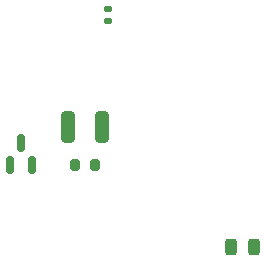
<source format=gbr>
%TF.GenerationSoftware,KiCad,Pcbnew,(7.0.0-0)*%
%TF.CreationDate,2023-07-04T17:21:08+02:00*%
%TF.ProjectId,clim-driver,636c696d-2d64-4726-9976-65722e6b6963,rev?*%
%TF.SameCoordinates,Original*%
%TF.FileFunction,Paste,Top*%
%TF.FilePolarity,Positive*%
%FSLAX46Y46*%
G04 Gerber Fmt 4.6, Leading zero omitted, Abs format (unit mm)*
G04 Created by KiCad (PCBNEW (7.0.0-0)) date 2023-07-04 17:21:08*
%MOMM*%
%LPD*%
G01*
G04 APERTURE LIST*
G04 Aperture macros list*
%AMRoundRect*
0 Rectangle with rounded corners*
0 $1 Rounding radius*
0 $2 $3 $4 $5 $6 $7 $8 $9 X,Y pos of 4 corners*
0 Add a 4 corners polygon primitive as box body*
4,1,4,$2,$3,$4,$5,$6,$7,$8,$9,$2,$3,0*
0 Add four circle primitives for the rounded corners*
1,1,$1+$1,$2,$3*
1,1,$1+$1,$4,$5*
1,1,$1+$1,$6,$7*
1,1,$1+$1,$8,$9*
0 Add four rect primitives between the rounded corners*
20,1,$1+$1,$2,$3,$4,$5,0*
20,1,$1+$1,$4,$5,$6,$7,0*
20,1,$1+$1,$6,$7,$8,$9,0*
20,1,$1+$1,$8,$9,$2,$3,0*%
G04 Aperture macros list end*
%ADD10RoundRect,0.200000X-0.200000X-0.275000X0.200000X-0.275000X0.200000X0.275000X-0.200000X0.275000X0*%
%ADD11RoundRect,0.150000X0.150000X-0.587500X0.150000X0.587500X-0.150000X0.587500X-0.150000X-0.587500X0*%
%ADD12RoundRect,0.243750X-0.243750X-0.456250X0.243750X-0.456250X0.243750X0.456250X-0.243750X0.456250X0*%
%ADD13RoundRect,0.250000X-0.312500X-1.075000X0.312500X-1.075000X0.312500X1.075000X-0.312500X1.075000X0*%
%ADD14RoundRect,0.135000X0.185000X-0.135000X0.185000X0.135000X-0.185000X0.135000X-0.185000X-0.135000X0*%
G04 APERTURE END LIST*
D10*
%TO.C,R2*%
X106490000Y-73660000D03*
X108140000Y-73660000D03*
%TD*%
D11*
%TO.C,Q1*%
X100952500Y-73647500D03*
X102852500Y-73647500D03*
X101902500Y-71772500D03*
%TD*%
D12*
%TO.C,D1*%
X119712500Y-80645000D03*
X121587500Y-80645000D03*
%TD*%
D13*
%TO.C,R3*%
X105852500Y-70485000D03*
X108777500Y-70485000D03*
%TD*%
D14*
%TO.C,R1*%
X109220000Y-61470000D03*
X109220000Y-60450000D03*
%TD*%
M02*

</source>
